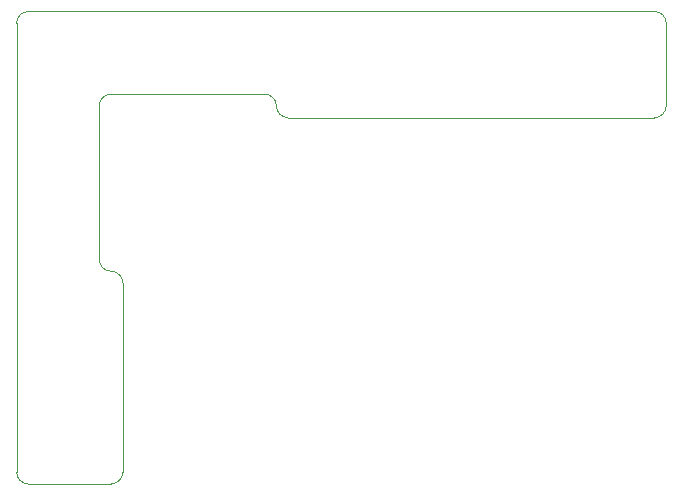
<source format=gbr>
G04 #@! TF.GenerationSoftware,KiCad,Pcbnew,5.1.5-52549c5~84~ubuntu16.04.1*
G04 #@! TF.CreationDate,2020-01-11T14:28:59-08:00*
G04 #@! TF.ProjectId,frame_corners,6672616d-655f-4636-9f72-6e6572732e6b,rev?*
G04 #@! TF.SameCoordinates,Original*
G04 #@! TF.FileFunction,Profile,NP*
%FSLAX46Y46*%
G04 Gerber Fmt 4.6, Leading zero omitted, Abs format (unit mm)*
G04 Created by KiCad (PCBNEW 5.1.5-52549c5~84~ubuntu16.04.1) date 2020-01-11 14:28:59*
%MOMM*%
%LPD*%
G04 APERTURE LIST*
%ADD10C,0.050000*%
G04 APERTURE END LIST*
D10*
X-345000000Y542000000D02*
G75*
G02X-346000000Y541000000I-1000000J0D01*
G01*
X-346000000Y550000000D02*
G75*
G02X-345000000Y549000000I0J-1000000D01*
G01*
X-400000000Y549000000D02*
G75*
G02X-399000000Y550000000I1000000J0D01*
G01*
X-399000000Y510000000D02*
G75*
G02X-400000000Y511000000I0J1000000D01*
G01*
X-391000000Y511000000D02*
G75*
G02X-392000000Y510000000I-1000000J0D01*
G01*
X-392000000Y528000000D02*
G75*
G02X-393000000Y529000000I0J1000000D01*
G01*
X-392000000Y528000000D02*
G75*
G02X-391000000Y527000000I0J-1000000D01*
G01*
X-393000000Y542000000D02*
G75*
G02X-392000000Y543000000I1000000J0D01*
G01*
X-379000000Y543000000D02*
G75*
G02X-378000000Y542000000I0J-1000000D01*
G01*
X-377000000Y541000000D02*
G75*
G02X-378000000Y542000000I0J1000000D01*
G01*
X-393000000Y542000000D02*
X-393000000Y529000000D01*
X-379000000Y543000000D02*
X-392000000Y543000000D01*
X-400000000Y511000000D02*
X-400000000Y549000000D01*
X-392000000Y510000000D02*
X-399000000Y510000000D01*
X-391000000Y527000000D02*
X-391000000Y511000000D01*
X-346000000Y541000000D02*
X-377000000Y541000000D01*
X-345000000Y549000000D02*
X-345000000Y542000000D01*
X-399000000Y550000000D02*
X-346000000Y550000000D01*
M02*

</source>
